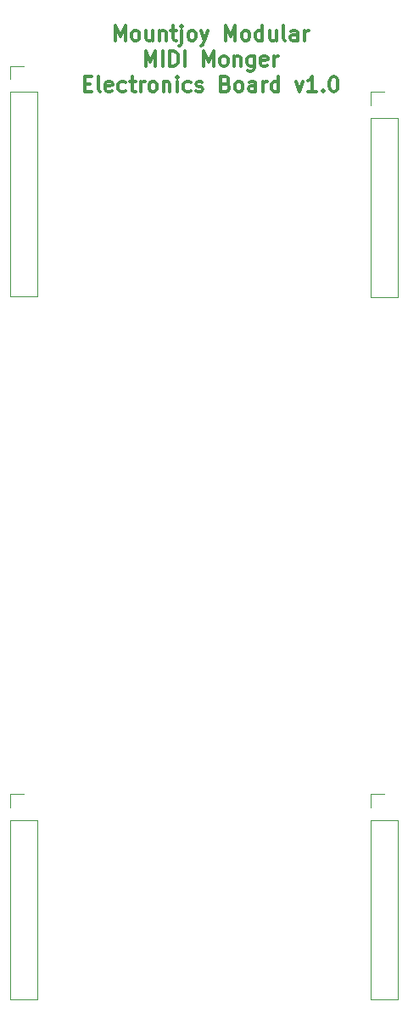
<source format=gbr>
G04 #@! TF.GenerationSoftware,KiCad,Pcbnew,(5.1.4)-1*
G04 #@! TF.CreationDate,2019-11-26T14:30:42+00:00*
G04 #@! TF.ProjectId,MidiMonger,4d696469-4d6f-46e6-9765-722e6b696361,rev?*
G04 #@! TF.SameCoordinates,Original*
G04 #@! TF.FileFunction,Legend,Top*
G04 #@! TF.FilePolarity,Positive*
%FSLAX46Y46*%
G04 Gerber Fmt 4.6, Leading zero omitted, Abs format (unit mm)*
G04 Created by KiCad (PCBNEW (5.1.4)-1) date 2019-11-26 14:30:42*
%MOMM*%
%LPD*%
G04 APERTURE LIST*
%ADD10C,0.300000*%
%ADD11C,0.120000*%
G04 APERTURE END LIST*
D10*
X107128571Y-43528571D02*
X107128571Y-42028571D01*
X107628571Y-43100000D01*
X108128571Y-42028571D01*
X108128571Y-43528571D01*
X109057142Y-43528571D02*
X108914285Y-43457142D01*
X108842857Y-43385714D01*
X108771428Y-43242857D01*
X108771428Y-42814285D01*
X108842857Y-42671428D01*
X108914285Y-42600000D01*
X109057142Y-42528571D01*
X109271428Y-42528571D01*
X109414285Y-42600000D01*
X109485714Y-42671428D01*
X109557142Y-42814285D01*
X109557142Y-43242857D01*
X109485714Y-43385714D01*
X109414285Y-43457142D01*
X109271428Y-43528571D01*
X109057142Y-43528571D01*
X110842857Y-42528571D02*
X110842857Y-43528571D01*
X110200000Y-42528571D02*
X110200000Y-43314285D01*
X110271428Y-43457142D01*
X110414285Y-43528571D01*
X110628571Y-43528571D01*
X110771428Y-43457142D01*
X110842857Y-43385714D01*
X111557142Y-42528571D02*
X111557142Y-43528571D01*
X111557142Y-42671428D02*
X111628571Y-42600000D01*
X111771428Y-42528571D01*
X111985714Y-42528571D01*
X112128571Y-42600000D01*
X112200000Y-42742857D01*
X112200000Y-43528571D01*
X112700000Y-42528571D02*
X113271428Y-42528571D01*
X112914285Y-42028571D02*
X112914285Y-43314285D01*
X112985714Y-43457142D01*
X113128571Y-43528571D01*
X113271428Y-43528571D01*
X113771428Y-42528571D02*
X113771428Y-43814285D01*
X113700000Y-43957142D01*
X113557142Y-44028571D01*
X113485714Y-44028571D01*
X113771428Y-42028571D02*
X113700000Y-42100000D01*
X113771428Y-42171428D01*
X113842857Y-42100000D01*
X113771428Y-42028571D01*
X113771428Y-42171428D01*
X114700000Y-43528571D02*
X114557142Y-43457142D01*
X114485714Y-43385714D01*
X114414285Y-43242857D01*
X114414285Y-42814285D01*
X114485714Y-42671428D01*
X114557142Y-42600000D01*
X114700000Y-42528571D01*
X114914285Y-42528571D01*
X115057142Y-42600000D01*
X115128571Y-42671428D01*
X115200000Y-42814285D01*
X115200000Y-43242857D01*
X115128571Y-43385714D01*
X115057142Y-43457142D01*
X114914285Y-43528571D01*
X114700000Y-43528571D01*
X115700000Y-42528571D02*
X116057142Y-43528571D01*
X116414285Y-42528571D02*
X116057142Y-43528571D01*
X115914285Y-43885714D01*
X115842857Y-43957142D01*
X115700000Y-44028571D01*
X118128571Y-43528571D02*
X118128571Y-42028571D01*
X118628571Y-43100000D01*
X119128571Y-42028571D01*
X119128571Y-43528571D01*
X120057142Y-43528571D02*
X119914285Y-43457142D01*
X119842857Y-43385714D01*
X119771428Y-43242857D01*
X119771428Y-42814285D01*
X119842857Y-42671428D01*
X119914285Y-42600000D01*
X120057142Y-42528571D01*
X120271428Y-42528571D01*
X120414285Y-42600000D01*
X120485714Y-42671428D01*
X120557142Y-42814285D01*
X120557142Y-43242857D01*
X120485714Y-43385714D01*
X120414285Y-43457142D01*
X120271428Y-43528571D01*
X120057142Y-43528571D01*
X121842857Y-43528571D02*
X121842857Y-42028571D01*
X121842857Y-43457142D02*
X121700000Y-43528571D01*
X121414285Y-43528571D01*
X121271428Y-43457142D01*
X121200000Y-43385714D01*
X121128571Y-43242857D01*
X121128571Y-42814285D01*
X121200000Y-42671428D01*
X121271428Y-42600000D01*
X121414285Y-42528571D01*
X121700000Y-42528571D01*
X121842857Y-42600000D01*
X123200000Y-42528571D02*
X123200000Y-43528571D01*
X122557142Y-42528571D02*
X122557142Y-43314285D01*
X122628571Y-43457142D01*
X122771428Y-43528571D01*
X122985714Y-43528571D01*
X123128571Y-43457142D01*
X123200000Y-43385714D01*
X124128571Y-43528571D02*
X123985714Y-43457142D01*
X123914285Y-43314285D01*
X123914285Y-42028571D01*
X125342857Y-43528571D02*
X125342857Y-42742857D01*
X125271428Y-42600000D01*
X125128571Y-42528571D01*
X124842857Y-42528571D01*
X124700000Y-42600000D01*
X125342857Y-43457142D02*
X125200000Y-43528571D01*
X124842857Y-43528571D01*
X124700000Y-43457142D01*
X124628571Y-43314285D01*
X124628571Y-43171428D01*
X124700000Y-43028571D01*
X124842857Y-42957142D01*
X125200000Y-42957142D01*
X125342857Y-42885714D01*
X126057142Y-43528571D02*
X126057142Y-42528571D01*
X126057142Y-42814285D02*
X126128571Y-42671428D01*
X126200000Y-42600000D01*
X126342857Y-42528571D01*
X126485714Y-42528571D01*
X110164285Y-46078571D02*
X110164285Y-44578571D01*
X110664285Y-45650000D01*
X111164285Y-44578571D01*
X111164285Y-46078571D01*
X111878571Y-46078571D02*
X111878571Y-44578571D01*
X112592857Y-46078571D02*
X112592857Y-44578571D01*
X112950000Y-44578571D01*
X113164285Y-44650000D01*
X113307142Y-44792857D01*
X113378571Y-44935714D01*
X113450000Y-45221428D01*
X113450000Y-45435714D01*
X113378571Y-45721428D01*
X113307142Y-45864285D01*
X113164285Y-46007142D01*
X112950000Y-46078571D01*
X112592857Y-46078571D01*
X114092857Y-46078571D02*
X114092857Y-44578571D01*
X115950000Y-46078571D02*
X115950000Y-44578571D01*
X116450000Y-45650000D01*
X116950000Y-44578571D01*
X116950000Y-46078571D01*
X117878571Y-46078571D02*
X117735714Y-46007142D01*
X117664285Y-45935714D01*
X117592857Y-45792857D01*
X117592857Y-45364285D01*
X117664285Y-45221428D01*
X117735714Y-45150000D01*
X117878571Y-45078571D01*
X118092857Y-45078571D01*
X118235714Y-45150000D01*
X118307142Y-45221428D01*
X118378571Y-45364285D01*
X118378571Y-45792857D01*
X118307142Y-45935714D01*
X118235714Y-46007142D01*
X118092857Y-46078571D01*
X117878571Y-46078571D01*
X119021428Y-45078571D02*
X119021428Y-46078571D01*
X119021428Y-45221428D02*
X119092857Y-45150000D01*
X119235714Y-45078571D01*
X119450000Y-45078571D01*
X119592857Y-45150000D01*
X119664285Y-45292857D01*
X119664285Y-46078571D01*
X121021428Y-45078571D02*
X121021428Y-46292857D01*
X120950000Y-46435714D01*
X120878571Y-46507142D01*
X120735714Y-46578571D01*
X120521428Y-46578571D01*
X120378571Y-46507142D01*
X121021428Y-46007142D02*
X120878571Y-46078571D01*
X120592857Y-46078571D01*
X120450000Y-46007142D01*
X120378571Y-45935714D01*
X120307142Y-45792857D01*
X120307142Y-45364285D01*
X120378571Y-45221428D01*
X120450000Y-45150000D01*
X120592857Y-45078571D01*
X120878571Y-45078571D01*
X121021428Y-45150000D01*
X122307142Y-46007142D02*
X122164285Y-46078571D01*
X121878571Y-46078571D01*
X121735714Y-46007142D01*
X121664285Y-45864285D01*
X121664285Y-45292857D01*
X121735714Y-45150000D01*
X121878571Y-45078571D01*
X122164285Y-45078571D01*
X122307142Y-45150000D01*
X122378571Y-45292857D01*
X122378571Y-45435714D01*
X121664285Y-45578571D01*
X123021428Y-46078571D02*
X123021428Y-45078571D01*
X123021428Y-45364285D02*
X123092857Y-45221428D01*
X123164285Y-45150000D01*
X123307142Y-45078571D01*
X123449999Y-45078571D01*
X104092857Y-47842857D02*
X104592857Y-47842857D01*
X104807142Y-48628571D02*
X104092857Y-48628571D01*
X104092857Y-47128571D01*
X104807142Y-47128571D01*
X105664285Y-48628571D02*
X105521428Y-48557142D01*
X105450000Y-48414285D01*
X105450000Y-47128571D01*
X106807142Y-48557142D02*
X106664285Y-48628571D01*
X106378571Y-48628571D01*
X106235714Y-48557142D01*
X106164285Y-48414285D01*
X106164285Y-47842857D01*
X106235714Y-47700000D01*
X106378571Y-47628571D01*
X106664285Y-47628571D01*
X106807142Y-47700000D01*
X106878571Y-47842857D01*
X106878571Y-47985714D01*
X106164285Y-48128571D01*
X108164285Y-48557142D02*
X108021428Y-48628571D01*
X107735714Y-48628571D01*
X107592857Y-48557142D01*
X107521428Y-48485714D01*
X107450000Y-48342857D01*
X107450000Y-47914285D01*
X107521428Y-47771428D01*
X107592857Y-47700000D01*
X107735714Y-47628571D01*
X108021428Y-47628571D01*
X108164285Y-47700000D01*
X108592857Y-47628571D02*
X109164285Y-47628571D01*
X108807142Y-47128571D02*
X108807142Y-48414285D01*
X108878571Y-48557142D01*
X109021428Y-48628571D01*
X109164285Y-48628571D01*
X109664285Y-48628571D02*
X109664285Y-47628571D01*
X109664285Y-47914285D02*
X109735714Y-47771428D01*
X109807142Y-47700000D01*
X109950000Y-47628571D01*
X110092857Y-47628571D01*
X110807142Y-48628571D02*
X110664285Y-48557142D01*
X110592857Y-48485714D01*
X110521428Y-48342857D01*
X110521428Y-47914285D01*
X110592857Y-47771428D01*
X110664285Y-47700000D01*
X110807142Y-47628571D01*
X111021428Y-47628571D01*
X111164285Y-47700000D01*
X111235714Y-47771428D01*
X111307142Y-47914285D01*
X111307142Y-48342857D01*
X111235714Y-48485714D01*
X111164285Y-48557142D01*
X111021428Y-48628571D01*
X110807142Y-48628571D01*
X111950000Y-47628571D02*
X111950000Y-48628571D01*
X111950000Y-47771428D02*
X112021428Y-47700000D01*
X112164285Y-47628571D01*
X112378571Y-47628571D01*
X112521428Y-47700000D01*
X112592857Y-47842857D01*
X112592857Y-48628571D01*
X113307142Y-48628571D02*
X113307142Y-47628571D01*
X113307142Y-47128571D02*
X113235714Y-47200000D01*
X113307142Y-47271428D01*
X113378571Y-47200000D01*
X113307142Y-47128571D01*
X113307142Y-47271428D01*
X114664285Y-48557142D02*
X114521428Y-48628571D01*
X114235714Y-48628571D01*
X114092857Y-48557142D01*
X114021428Y-48485714D01*
X113950000Y-48342857D01*
X113950000Y-47914285D01*
X114021428Y-47771428D01*
X114092857Y-47700000D01*
X114235714Y-47628571D01*
X114521428Y-47628571D01*
X114664285Y-47700000D01*
X115235714Y-48557142D02*
X115378571Y-48628571D01*
X115664285Y-48628571D01*
X115807142Y-48557142D01*
X115878571Y-48414285D01*
X115878571Y-48342857D01*
X115807142Y-48200000D01*
X115664285Y-48128571D01*
X115450000Y-48128571D01*
X115307142Y-48057142D01*
X115235714Y-47914285D01*
X115235714Y-47842857D01*
X115307142Y-47700000D01*
X115450000Y-47628571D01*
X115664285Y-47628571D01*
X115807142Y-47700000D01*
X118164285Y-47842857D02*
X118378571Y-47914285D01*
X118450000Y-47985714D01*
X118521428Y-48128571D01*
X118521428Y-48342857D01*
X118450000Y-48485714D01*
X118378571Y-48557142D01*
X118235714Y-48628571D01*
X117664285Y-48628571D01*
X117664285Y-47128571D01*
X118164285Y-47128571D01*
X118307142Y-47200000D01*
X118378571Y-47271428D01*
X118450000Y-47414285D01*
X118450000Y-47557142D01*
X118378571Y-47700000D01*
X118307142Y-47771428D01*
X118164285Y-47842857D01*
X117664285Y-47842857D01*
X119378571Y-48628571D02*
X119235714Y-48557142D01*
X119164285Y-48485714D01*
X119092857Y-48342857D01*
X119092857Y-47914285D01*
X119164285Y-47771428D01*
X119235714Y-47700000D01*
X119378571Y-47628571D01*
X119592857Y-47628571D01*
X119735714Y-47700000D01*
X119807142Y-47771428D01*
X119878571Y-47914285D01*
X119878571Y-48342857D01*
X119807142Y-48485714D01*
X119735714Y-48557142D01*
X119592857Y-48628571D01*
X119378571Y-48628571D01*
X121164285Y-48628571D02*
X121164285Y-47842857D01*
X121092857Y-47700000D01*
X120950000Y-47628571D01*
X120664285Y-47628571D01*
X120521428Y-47700000D01*
X121164285Y-48557142D02*
X121021428Y-48628571D01*
X120664285Y-48628571D01*
X120521428Y-48557142D01*
X120450000Y-48414285D01*
X120450000Y-48271428D01*
X120521428Y-48128571D01*
X120664285Y-48057142D01*
X121021428Y-48057142D01*
X121164285Y-47985714D01*
X121878571Y-48628571D02*
X121878571Y-47628571D01*
X121878571Y-47914285D02*
X121950000Y-47771428D01*
X122021428Y-47700000D01*
X122164285Y-47628571D01*
X122307142Y-47628571D01*
X123450000Y-48628571D02*
X123450000Y-47128571D01*
X123450000Y-48557142D02*
X123307142Y-48628571D01*
X123021428Y-48628571D01*
X122878571Y-48557142D01*
X122807142Y-48485714D01*
X122735714Y-48342857D01*
X122735714Y-47914285D01*
X122807142Y-47771428D01*
X122878571Y-47700000D01*
X123021428Y-47628571D01*
X123307142Y-47628571D01*
X123450000Y-47700000D01*
X125164285Y-47628571D02*
X125521428Y-48628571D01*
X125878571Y-47628571D01*
X127235714Y-48628571D02*
X126378571Y-48628571D01*
X126807142Y-48628571D02*
X126807142Y-47128571D01*
X126664285Y-47342857D01*
X126521428Y-47485714D01*
X126378571Y-47557142D01*
X127878571Y-48485714D02*
X127950000Y-48557142D01*
X127878571Y-48628571D01*
X127807142Y-48557142D01*
X127878571Y-48485714D01*
X127878571Y-48628571D01*
X128878571Y-47128571D02*
X129021428Y-47128571D01*
X129164285Y-47200000D01*
X129235714Y-47271428D01*
X129307142Y-47414285D01*
X129378571Y-47700000D01*
X129378571Y-48057142D01*
X129307142Y-48342857D01*
X129235714Y-48485714D01*
X129164285Y-48557142D01*
X129021428Y-48628571D01*
X128878571Y-48628571D01*
X128735714Y-48557142D01*
X128664285Y-48485714D01*
X128592857Y-48342857D01*
X128521428Y-48057142D01*
X128521428Y-47700000D01*
X128592857Y-47414285D01*
X128664285Y-47271428D01*
X128735714Y-47200000D01*
X128878571Y-47128571D01*
D11*
X96670000Y-46070000D02*
X98000000Y-46070000D01*
X96670000Y-47400000D02*
X96670000Y-46070000D01*
X99330000Y-48670000D02*
X96670000Y-48670000D01*
X99330000Y-69050000D02*
X99330000Y-48670000D01*
X96670000Y-69050000D02*
X99330000Y-69050000D01*
X96670000Y-48670000D02*
X96670000Y-69050000D01*
X132670000Y-48670000D02*
X134000000Y-48670000D01*
X132670000Y-50000000D02*
X132670000Y-48670000D01*
X135330000Y-51270000D02*
X132670000Y-51270000D01*
X135330000Y-69110000D02*
X135330000Y-51270000D01*
X132670000Y-69110000D02*
X135330000Y-69110000D01*
X132670000Y-51270000D02*
X132670000Y-69110000D01*
X96670000Y-121270000D02*
X96670000Y-139110000D01*
X96670000Y-139110000D02*
X99330000Y-139110000D01*
X99330000Y-139110000D02*
X99330000Y-121270000D01*
X99330000Y-121270000D02*
X96670000Y-121270000D01*
X96670000Y-120000000D02*
X96670000Y-118670000D01*
X96670000Y-118670000D02*
X98000000Y-118670000D01*
X132670000Y-118670000D02*
X134000000Y-118670000D01*
X132670000Y-120000000D02*
X132670000Y-118670000D01*
X135330000Y-121270000D02*
X132670000Y-121270000D01*
X135330000Y-139110000D02*
X135330000Y-121270000D01*
X132670000Y-139110000D02*
X135330000Y-139110000D01*
X132670000Y-121270000D02*
X132670000Y-139110000D01*
M02*

</source>
